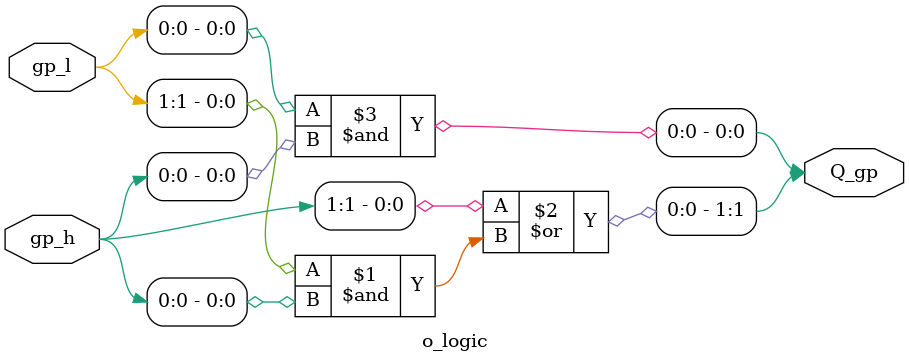
<source format=v>
module o_logic(gp_l,gp_h,Q_gp);
    input	[1:0]	gp_l;
	input	[1:0]	gp_h;
	output	[1:0]	Q_gp;

    assign Q_gp[1] = gp_h[1] | (gp_l[1] & gp_h[0]);
    assign Q_gp[0] = gp_l[0] & gp_h[0];

endmodule
</source>
